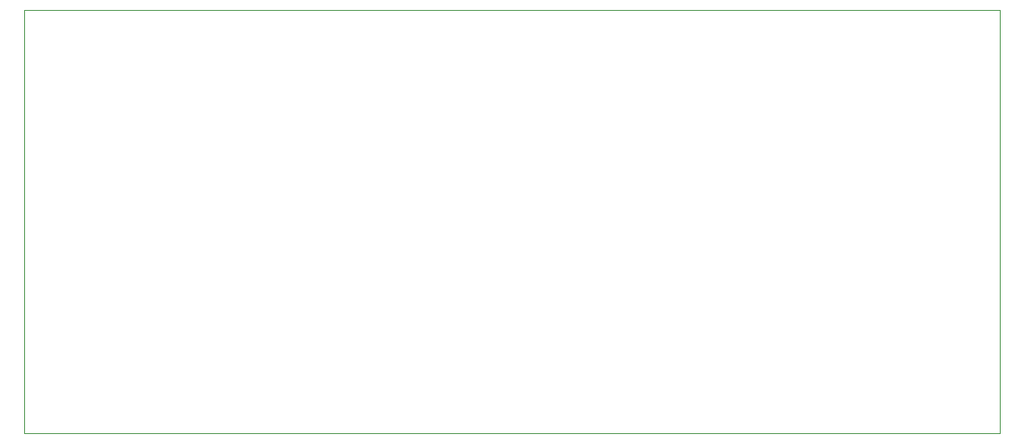
<source format=gbr>
%TF.GenerationSoftware,Altium Limited,Altium Designer,25.4.2 (15)*%
G04 Layer_Color=0*
%FSLAX45Y45*%
%MOMM*%
%TF.SameCoordinates,097E4B88-3495-4510-8411-AFE0114F90DD*%
%TF.FilePolarity,Positive*%
%TF.FileFunction,Profile,NP*%
%TF.Part,Single*%
G01*
G75*
%TA.AperFunction,Profile*%
%ADD66C,0.02540*%
D66*
X0Y0D02*
Y4300000D01*
X9900000D01*
Y0D01*
X0D01*
%TF.MD5,9873d81e1855f1a2739b22154f23637a*%
M02*

</source>
